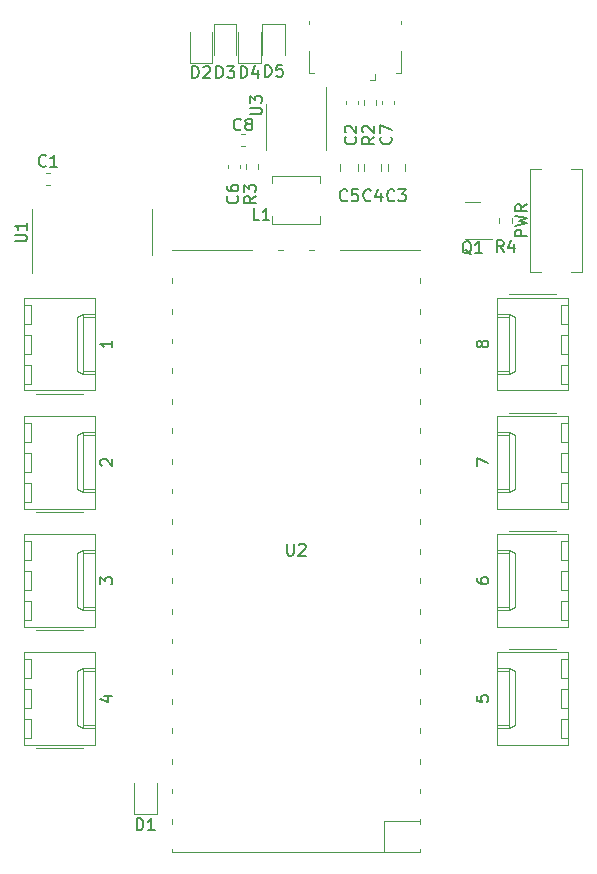
<source format=gto>
%TF.GenerationSoftware,KiCad,Pcbnew,(7.0.0)*%
%TF.CreationDate,2023-03-15T20:35:50+00:00*%
%TF.ProjectId,porta-jelly,706f7274-612d-46a6-956c-6c792e6b6963,rev?*%
%TF.SameCoordinates,Original*%
%TF.FileFunction,Legend,Top*%
%TF.FilePolarity,Positive*%
%FSLAX46Y46*%
G04 Gerber Fmt 4.6, Leading zero omitted, Abs format (unit mm)*
G04 Created by KiCad (PCBNEW (7.0.0)) date 2023-03-15 20:35:50*
%MOMM*%
%LPD*%
G01*
G04 APERTURE LIST*
%ADD10C,0.150000*%
%ADD11C,0.120000*%
G04 APERTURE END LIST*
D10*
%TO.C,D2*%
X101211905Y-69917380D02*
X101211905Y-68917380D01*
X101211905Y-68917380D02*
X101450000Y-68917380D01*
X101450000Y-68917380D02*
X101592857Y-68965000D01*
X101592857Y-68965000D02*
X101688095Y-69060238D01*
X101688095Y-69060238D02*
X101735714Y-69155476D01*
X101735714Y-69155476D02*
X101783333Y-69345952D01*
X101783333Y-69345952D02*
X101783333Y-69488809D01*
X101783333Y-69488809D02*
X101735714Y-69679285D01*
X101735714Y-69679285D02*
X101688095Y-69774523D01*
X101688095Y-69774523D02*
X101592857Y-69869761D01*
X101592857Y-69869761D02*
X101450000Y-69917380D01*
X101450000Y-69917380D02*
X101211905Y-69917380D01*
X102164286Y-69012619D02*
X102211905Y-68965000D01*
X102211905Y-68965000D02*
X102307143Y-68917380D01*
X102307143Y-68917380D02*
X102545238Y-68917380D01*
X102545238Y-68917380D02*
X102640476Y-68965000D01*
X102640476Y-68965000D02*
X102688095Y-69012619D01*
X102688095Y-69012619D02*
X102735714Y-69107857D01*
X102735714Y-69107857D02*
X102735714Y-69203095D01*
X102735714Y-69203095D02*
X102688095Y-69345952D01*
X102688095Y-69345952D02*
X102116667Y-69917380D01*
X102116667Y-69917380D02*
X102735714Y-69917380D01*
%TO.C,D4*%
X105311905Y-69917380D02*
X105311905Y-68917380D01*
X105311905Y-68917380D02*
X105550000Y-68917380D01*
X105550000Y-68917380D02*
X105692857Y-68965000D01*
X105692857Y-68965000D02*
X105788095Y-69060238D01*
X105788095Y-69060238D02*
X105835714Y-69155476D01*
X105835714Y-69155476D02*
X105883333Y-69345952D01*
X105883333Y-69345952D02*
X105883333Y-69488809D01*
X105883333Y-69488809D02*
X105835714Y-69679285D01*
X105835714Y-69679285D02*
X105788095Y-69774523D01*
X105788095Y-69774523D02*
X105692857Y-69869761D01*
X105692857Y-69869761D02*
X105550000Y-69917380D01*
X105550000Y-69917380D02*
X105311905Y-69917380D01*
X106740476Y-69250714D02*
X106740476Y-69917380D01*
X106502381Y-68869761D02*
X106264286Y-69584047D01*
X106264286Y-69584047D02*
X106883333Y-69584047D01*
%TO.C,C2*%
X115022142Y-74916666D02*
X115069761Y-74964285D01*
X115069761Y-74964285D02*
X115117380Y-75107142D01*
X115117380Y-75107142D02*
X115117380Y-75202380D01*
X115117380Y-75202380D02*
X115069761Y-75345237D01*
X115069761Y-75345237D02*
X114974523Y-75440475D01*
X114974523Y-75440475D02*
X114879285Y-75488094D01*
X114879285Y-75488094D02*
X114688809Y-75535713D01*
X114688809Y-75535713D02*
X114545952Y-75535713D01*
X114545952Y-75535713D02*
X114355476Y-75488094D01*
X114355476Y-75488094D02*
X114260238Y-75440475D01*
X114260238Y-75440475D02*
X114165000Y-75345237D01*
X114165000Y-75345237D02*
X114117380Y-75202380D01*
X114117380Y-75202380D02*
X114117380Y-75107142D01*
X114117380Y-75107142D02*
X114165000Y-74964285D01*
X114165000Y-74964285D02*
X114212619Y-74916666D01*
X114212619Y-74535713D02*
X114165000Y-74488094D01*
X114165000Y-74488094D02*
X114117380Y-74392856D01*
X114117380Y-74392856D02*
X114117380Y-74154761D01*
X114117380Y-74154761D02*
X114165000Y-74059523D01*
X114165000Y-74059523D02*
X114212619Y-74011904D01*
X114212619Y-74011904D02*
X114307857Y-73964285D01*
X114307857Y-73964285D02*
X114403095Y-73964285D01*
X114403095Y-73964285D02*
X114545952Y-74011904D01*
X114545952Y-74011904D02*
X115117380Y-74583332D01*
X115117380Y-74583332D02*
X115117380Y-73964285D01*
%TO.C,J3*%
X94447380Y-92174285D02*
X94447380Y-92745713D01*
X94447380Y-92459999D02*
X93447380Y-92459999D01*
X93447380Y-92459999D02*
X93590238Y-92555237D01*
X93590238Y-92555237D02*
X93685476Y-92650475D01*
X93685476Y-92650475D02*
X93733095Y-92745713D01*
%TO.C,R2*%
X116617380Y-74916666D02*
X116141190Y-75249999D01*
X116617380Y-75488094D02*
X115617380Y-75488094D01*
X115617380Y-75488094D02*
X115617380Y-75107142D01*
X115617380Y-75107142D02*
X115665000Y-75011904D01*
X115665000Y-75011904D02*
X115712619Y-74964285D01*
X115712619Y-74964285D02*
X115807857Y-74916666D01*
X115807857Y-74916666D02*
X115950714Y-74916666D01*
X115950714Y-74916666D02*
X116045952Y-74964285D01*
X116045952Y-74964285D02*
X116093571Y-75011904D01*
X116093571Y-75011904D02*
X116141190Y-75107142D01*
X116141190Y-75107142D02*
X116141190Y-75488094D01*
X115712619Y-74535713D02*
X115665000Y-74488094D01*
X115665000Y-74488094D02*
X115617380Y-74392856D01*
X115617380Y-74392856D02*
X115617380Y-74154761D01*
X115617380Y-74154761D02*
X115665000Y-74059523D01*
X115665000Y-74059523D02*
X115712619Y-74011904D01*
X115712619Y-74011904D02*
X115807857Y-73964285D01*
X115807857Y-73964285D02*
X115903095Y-73964285D01*
X115903095Y-73964285D02*
X116045952Y-74011904D01*
X116045952Y-74011904D02*
X116617380Y-74583332D01*
X116617380Y-74583332D02*
X116617380Y-73964285D01*
%TO.C,J4*%
X93542619Y-102745713D02*
X93495000Y-102698094D01*
X93495000Y-102698094D02*
X93447380Y-102602856D01*
X93447380Y-102602856D02*
X93447380Y-102364761D01*
X93447380Y-102364761D02*
X93495000Y-102269523D01*
X93495000Y-102269523D02*
X93542619Y-102221904D01*
X93542619Y-102221904D02*
X93637857Y-102174285D01*
X93637857Y-102174285D02*
X93733095Y-102174285D01*
X93733095Y-102174285D02*
X93875952Y-102221904D01*
X93875952Y-102221904D02*
X94447380Y-102793332D01*
X94447380Y-102793332D02*
X94447380Y-102174285D01*
%TO.C,D1*%
X96511905Y-133617380D02*
X96511905Y-132617380D01*
X96511905Y-132617380D02*
X96750000Y-132617380D01*
X96750000Y-132617380D02*
X96892857Y-132665000D01*
X96892857Y-132665000D02*
X96988095Y-132760238D01*
X96988095Y-132760238D02*
X97035714Y-132855476D01*
X97035714Y-132855476D02*
X97083333Y-133045952D01*
X97083333Y-133045952D02*
X97083333Y-133188809D01*
X97083333Y-133188809D02*
X97035714Y-133379285D01*
X97035714Y-133379285D02*
X96988095Y-133474523D01*
X96988095Y-133474523D02*
X96892857Y-133569761D01*
X96892857Y-133569761D02*
X96750000Y-133617380D01*
X96750000Y-133617380D02*
X96511905Y-133617380D01*
X98035714Y-133617380D02*
X97464286Y-133617380D01*
X97750000Y-133617380D02*
X97750000Y-132617380D01*
X97750000Y-132617380D02*
X97654762Y-132760238D01*
X97654762Y-132760238D02*
X97559524Y-132855476D01*
X97559524Y-132855476D02*
X97464286Y-132903095D01*
%TO.C,J9*%
X125287380Y-102793332D02*
X125287380Y-102126666D01*
X125287380Y-102126666D02*
X126287380Y-102555237D01*
%TO.C,C4*%
X116333333Y-80272142D02*
X116285714Y-80319761D01*
X116285714Y-80319761D02*
X116142857Y-80367380D01*
X116142857Y-80367380D02*
X116047619Y-80367380D01*
X116047619Y-80367380D02*
X115904762Y-80319761D01*
X115904762Y-80319761D02*
X115809524Y-80224523D01*
X115809524Y-80224523D02*
X115761905Y-80129285D01*
X115761905Y-80129285D02*
X115714286Y-79938809D01*
X115714286Y-79938809D02*
X115714286Y-79795952D01*
X115714286Y-79795952D02*
X115761905Y-79605476D01*
X115761905Y-79605476D02*
X115809524Y-79510238D01*
X115809524Y-79510238D02*
X115904762Y-79415000D01*
X115904762Y-79415000D02*
X116047619Y-79367380D01*
X116047619Y-79367380D02*
X116142857Y-79367380D01*
X116142857Y-79367380D02*
X116285714Y-79415000D01*
X116285714Y-79415000D02*
X116333333Y-79462619D01*
X117190476Y-79700714D02*
X117190476Y-80367380D01*
X116952381Y-79319761D02*
X116714286Y-80034047D01*
X116714286Y-80034047D02*
X117333333Y-80034047D01*
%TO.C,R3*%
X106617380Y-79916666D02*
X106141190Y-80249999D01*
X106617380Y-80488094D02*
X105617380Y-80488094D01*
X105617380Y-80488094D02*
X105617380Y-80107142D01*
X105617380Y-80107142D02*
X105665000Y-80011904D01*
X105665000Y-80011904D02*
X105712619Y-79964285D01*
X105712619Y-79964285D02*
X105807857Y-79916666D01*
X105807857Y-79916666D02*
X105950714Y-79916666D01*
X105950714Y-79916666D02*
X106045952Y-79964285D01*
X106045952Y-79964285D02*
X106093571Y-80011904D01*
X106093571Y-80011904D02*
X106141190Y-80107142D01*
X106141190Y-80107142D02*
X106141190Y-80488094D01*
X105617380Y-79583332D02*
X105617380Y-78964285D01*
X105617380Y-78964285D02*
X105998333Y-79297618D01*
X105998333Y-79297618D02*
X105998333Y-79154761D01*
X105998333Y-79154761D02*
X106045952Y-79059523D01*
X106045952Y-79059523D02*
X106093571Y-79011904D01*
X106093571Y-79011904D02*
X106188809Y-78964285D01*
X106188809Y-78964285D02*
X106426904Y-78964285D01*
X106426904Y-78964285D02*
X106522142Y-79011904D01*
X106522142Y-79011904D02*
X106569761Y-79059523D01*
X106569761Y-79059523D02*
X106617380Y-79154761D01*
X106617380Y-79154761D02*
X106617380Y-79440475D01*
X106617380Y-79440475D02*
X106569761Y-79535713D01*
X106569761Y-79535713D02*
X106522142Y-79583332D01*
%TO.C,J5*%
X93447380Y-112793332D02*
X93447380Y-112174285D01*
X93447380Y-112174285D02*
X93828333Y-112507618D01*
X93828333Y-112507618D02*
X93828333Y-112364761D01*
X93828333Y-112364761D02*
X93875952Y-112269523D01*
X93875952Y-112269523D02*
X93923571Y-112221904D01*
X93923571Y-112221904D02*
X94018809Y-112174285D01*
X94018809Y-112174285D02*
X94256904Y-112174285D01*
X94256904Y-112174285D02*
X94352142Y-112221904D01*
X94352142Y-112221904D02*
X94399761Y-112269523D01*
X94399761Y-112269523D02*
X94447380Y-112364761D01*
X94447380Y-112364761D02*
X94447380Y-112650475D01*
X94447380Y-112650475D02*
X94399761Y-112745713D01*
X94399761Y-112745713D02*
X94352142Y-112793332D01*
%TO.C,C7*%
X118022142Y-74916666D02*
X118069761Y-74964285D01*
X118069761Y-74964285D02*
X118117380Y-75107142D01*
X118117380Y-75107142D02*
X118117380Y-75202380D01*
X118117380Y-75202380D02*
X118069761Y-75345237D01*
X118069761Y-75345237D02*
X117974523Y-75440475D01*
X117974523Y-75440475D02*
X117879285Y-75488094D01*
X117879285Y-75488094D02*
X117688809Y-75535713D01*
X117688809Y-75535713D02*
X117545952Y-75535713D01*
X117545952Y-75535713D02*
X117355476Y-75488094D01*
X117355476Y-75488094D02*
X117260238Y-75440475D01*
X117260238Y-75440475D02*
X117165000Y-75345237D01*
X117165000Y-75345237D02*
X117117380Y-75202380D01*
X117117380Y-75202380D02*
X117117380Y-75107142D01*
X117117380Y-75107142D02*
X117165000Y-74964285D01*
X117165000Y-74964285D02*
X117212619Y-74916666D01*
X117117380Y-74583332D02*
X117117380Y-73916666D01*
X117117380Y-73916666D02*
X118117380Y-74345237D01*
%TO.C,L1*%
X106883333Y-81967380D02*
X106407143Y-81967380D01*
X106407143Y-81967380D02*
X106407143Y-80967380D01*
X107740476Y-81967380D02*
X107169048Y-81967380D01*
X107454762Y-81967380D02*
X107454762Y-80967380D01*
X107454762Y-80967380D02*
X107359524Y-81110238D01*
X107359524Y-81110238D02*
X107264286Y-81205476D01*
X107264286Y-81205476D02*
X107169048Y-81253095D01*
%TO.C,D3*%
X103261905Y-69917380D02*
X103261905Y-68917380D01*
X103261905Y-68917380D02*
X103500000Y-68917380D01*
X103500000Y-68917380D02*
X103642857Y-68965000D01*
X103642857Y-68965000D02*
X103738095Y-69060238D01*
X103738095Y-69060238D02*
X103785714Y-69155476D01*
X103785714Y-69155476D02*
X103833333Y-69345952D01*
X103833333Y-69345952D02*
X103833333Y-69488809D01*
X103833333Y-69488809D02*
X103785714Y-69679285D01*
X103785714Y-69679285D02*
X103738095Y-69774523D01*
X103738095Y-69774523D02*
X103642857Y-69869761D01*
X103642857Y-69869761D02*
X103500000Y-69917380D01*
X103500000Y-69917380D02*
X103261905Y-69917380D01*
X104166667Y-68917380D02*
X104785714Y-68917380D01*
X104785714Y-68917380D02*
X104452381Y-69298333D01*
X104452381Y-69298333D02*
X104595238Y-69298333D01*
X104595238Y-69298333D02*
X104690476Y-69345952D01*
X104690476Y-69345952D02*
X104738095Y-69393571D01*
X104738095Y-69393571D02*
X104785714Y-69488809D01*
X104785714Y-69488809D02*
X104785714Y-69726904D01*
X104785714Y-69726904D02*
X104738095Y-69822142D01*
X104738095Y-69822142D02*
X104690476Y-69869761D01*
X104690476Y-69869761D02*
X104595238Y-69917380D01*
X104595238Y-69917380D02*
X104309524Y-69917380D01*
X104309524Y-69917380D02*
X104214286Y-69869761D01*
X104214286Y-69869761D02*
X104166667Y-69822142D01*
%TO.C,J8*%
X125287380Y-112269523D02*
X125287380Y-112459999D01*
X125287380Y-112459999D02*
X125335000Y-112555237D01*
X125335000Y-112555237D02*
X125382619Y-112602856D01*
X125382619Y-112602856D02*
X125525476Y-112698094D01*
X125525476Y-112698094D02*
X125715952Y-112745713D01*
X125715952Y-112745713D02*
X126096904Y-112745713D01*
X126096904Y-112745713D02*
X126192142Y-112698094D01*
X126192142Y-112698094D02*
X126239761Y-112650475D01*
X126239761Y-112650475D02*
X126287380Y-112555237D01*
X126287380Y-112555237D02*
X126287380Y-112364761D01*
X126287380Y-112364761D02*
X126239761Y-112269523D01*
X126239761Y-112269523D02*
X126192142Y-112221904D01*
X126192142Y-112221904D02*
X126096904Y-112174285D01*
X126096904Y-112174285D02*
X125858809Y-112174285D01*
X125858809Y-112174285D02*
X125763571Y-112221904D01*
X125763571Y-112221904D02*
X125715952Y-112269523D01*
X125715952Y-112269523D02*
X125668333Y-112364761D01*
X125668333Y-112364761D02*
X125668333Y-112555237D01*
X125668333Y-112555237D02*
X125715952Y-112650475D01*
X125715952Y-112650475D02*
X125763571Y-112698094D01*
X125763571Y-112698094D02*
X125858809Y-112745713D01*
%TO.C,J7*%
X125287380Y-122221904D02*
X125287380Y-122698094D01*
X125287380Y-122698094D02*
X125763571Y-122745713D01*
X125763571Y-122745713D02*
X125715952Y-122698094D01*
X125715952Y-122698094D02*
X125668333Y-122602856D01*
X125668333Y-122602856D02*
X125668333Y-122364761D01*
X125668333Y-122364761D02*
X125715952Y-122269523D01*
X125715952Y-122269523D02*
X125763571Y-122221904D01*
X125763571Y-122221904D02*
X125858809Y-122174285D01*
X125858809Y-122174285D02*
X126096904Y-122174285D01*
X126096904Y-122174285D02*
X126192142Y-122221904D01*
X126192142Y-122221904D02*
X126239761Y-122269523D01*
X126239761Y-122269523D02*
X126287380Y-122364761D01*
X126287380Y-122364761D02*
X126287380Y-122602856D01*
X126287380Y-122602856D02*
X126239761Y-122698094D01*
X126239761Y-122698094D02*
X126192142Y-122745713D01*
%TO.C,Q1*%
X124842261Y-84862619D02*
X124747023Y-84815000D01*
X124747023Y-84815000D02*
X124651785Y-84719761D01*
X124651785Y-84719761D02*
X124508928Y-84576904D01*
X124508928Y-84576904D02*
X124413690Y-84529285D01*
X124413690Y-84529285D02*
X124318452Y-84529285D01*
X124366071Y-84767380D02*
X124270833Y-84719761D01*
X124270833Y-84719761D02*
X124175595Y-84624523D01*
X124175595Y-84624523D02*
X124127976Y-84434047D01*
X124127976Y-84434047D02*
X124127976Y-84100714D01*
X124127976Y-84100714D02*
X124175595Y-83910238D01*
X124175595Y-83910238D02*
X124270833Y-83815000D01*
X124270833Y-83815000D02*
X124366071Y-83767380D01*
X124366071Y-83767380D02*
X124556547Y-83767380D01*
X124556547Y-83767380D02*
X124651785Y-83815000D01*
X124651785Y-83815000D02*
X124747023Y-83910238D01*
X124747023Y-83910238D02*
X124794642Y-84100714D01*
X124794642Y-84100714D02*
X124794642Y-84434047D01*
X124794642Y-84434047D02*
X124747023Y-84624523D01*
X124747023Y-84624523D02*
X124651785Y-84719761D01*
X124651785Y-84719761D02*
X124556547Y-84767380D01*
X124556547Y-84767380D02*
X124366071Y-84767380D01*
X125747023Y-84767380D02*
X125175595Y-84767380D01*
X125461309Y-84767380D02*
X125461309Y-83767380D01*
X125461309Y-83767380D02*
X125366071Y-83910238D01*
X125366071Y-83910238D02*
X125270833Y-84005476D01*
X125270833Y-84005476D02*
X125175595Y-84053095D01*
%TO.C,U1*%
X86217380Y-83761904D02*
X87026904Y-83761904D01*
X87026904Y-83761904D02*
X87122142Y-83714285D01*
X87122142Y-83714285D02*
X87169761Y-83666666D01*
X87169761Y-83666666D02*
X87217380Y-83571428D01*
X87217380Y-83571428D02*
X87217380Y-83380952D01*
X87217380Y-83380952D02*
X87169761Y-83285714D01*
X87169761Y-83285714D02*
X87122142Y-83238095D01*
X87122142Y-83238095D02*
X87026904Y-83190476D01*
X87026904Y-83190476D02*
X86217380Y-83190476D01*
X87217380Y-82190476D02*
X87217380Y-82761904D01*
X87217380Y-82476190D02*
X86217380Y-82476190D01*
X86217380Y-82476190D02*
X86360238Y-82571428D01*
X86360238Y-82571428D02*
X86455476Y-82666666D01*
X86455476Y-82666666D02*
X86503095Y-82761904D01*
%TO.C,SW1*%
X129567380Y-83333332D02*
X128567380Y-83333332D01*
X128567380Y-83333332D02*
X128567380Y-82952380D01*
X128567380Y-82952380D02*
X128615000Y-82857142D01*
X128615000Y-82857142D02*
X128662619Y-82809523D01*
X128662619Y-82809523D02*
X128757857Y-82761904D01*
X128757857Y-82761904D02*
X128900714Y-82761904D01*
X128900714Y-82761904D02*
X128995952Y-82809523D01*
X128995952Y-82809523D02*
X129043571Y-82857142D01*
X129043571Y-82857142D02*
X129091190Y-82952380D01*
X129091190Y-82952380D02*
X129091190Y-83333332D01*
X128567380Y-82428570D02*
X129567380Y-82190475D01*
X129567380Y-82190475D02*
X128853095Y-81999999D01*
X128853095Y-81999999D02*
X129567380Y-81809523D01*
X129567380Y-81809523D02*
X128567380Y-81571428D01*
X129567380Y-80619047D02*
X129091190Y-80952380D01*
X129567380Y-81190475D02*
X128567380Y-81190475D01*
X128567380Y-81190475D02*
X128567380Y-80809523D01*
X128567380Y-80809523D02*
X128615000Y-80714285D01*
X128615000Y-80714285D02*
X128662619Y-80666666D01*
X128662619Y-80666666D02*
X128757857Y-80619047D01*
X128757857Y-80619047D02*
X128900714Y-80619047D01*
X128900714Y-80619047D02*
X128995952Y-80666666D01*
X128995952Y-80666666D02*
X129043571Y-80714285D01*
X129043571Y-80714285D02*
X129091190Y-80809523D01*
X129091190Y-80809523D02*
X129091190Y-81190475D01*
%TO.C,J6*%
X93780714Y-122269523D02*
X94447380Y-122269523D01*
X93399761Y-122507618D02*
X94114047Y-122745713D01*
X94114047Y-122745713D02*
X94114047Y-122126666D01*
%TO.C,C8*%
X105333333Y-74272142D02*
X105285714Y-74319761D01*
X105285714Y-74319761D02*
X105142857Y-74367380D01*
X105142857Y-74367380D02*
X105047619Y-74367380D01*
X105047619Y-74367380D02*
X104904762Y-74319761D01*
X104904762Y-74319761D02*
X104809524Y-74224523D01*
X104809524Y-74224523D02*
X104761905Y-74129285D01*
X104761905Y-74129285D02*
X104714286Y-73938809D01*
X104714286Y-73938809D02*
X104714286Y-73795952D01*
X104714286Y-73795952D02*
X104761905Y-73605476D01*
X104761905Y-73605476D02*
X104809524Y-73510238D01*
X104809524Y-73510238D02*
X104904762Y-73415000D01*
X104904762Y-73415000D02*
X105047619Y-73367380D01*
X105047619Y-73367380D02*
X105142857Y-73367380D01*
X105142857Y-73367380D02*
X105285714Y-73415000D01*
X105285714Y-73415000D02*
X105333333Y-73462619D01*
X105904762Y-73795952D02*
X105809524Y-73748333D01*
X105809524Y-73748333D02*
X105761905Y-73700714D01*
X105761905Y-73700714D02*
X105714286Y-73605476D01*
X105714286Y-73605476D02*
X105714286Y-73557857D01*
X105714286Y-73557857D02*
X105761905Y-73462619D01*
X105761905Y-73462619D02*
X105809524Y-73415000D01*
X105809524Y-73415000D02*
X105904762Y-73367380D01*
X105904762Y-73367380D02*
X106095238Y-73367380D01*
X106095238Y-73367380D02*
X106190476Y-73415000D01*
X106190476Y-73415000D02*
X106238095Y-73462619D01*
X106238095Y-73462619D02*
X106285714Y-73557857D01*
X106285714Y-73557857D02*
X106285714Y-73605476D01*
X106285714Y-73605476D02*
X106238095Y-73700714D01*
X106238095Y-73700714D02*
X106190476Y-73748333D01*
X106190476Y-73748333D02*
X106095238Y-73795952D01*
X106095238Y-73795952D02*
X105904762Y-73795952D01*
X105904762Y-73795952D02*
X105809524Y-73843571D01*
X105809524Y-73843571D02*
X105761905Y-73891190D01*
X105761905Y-73891190D02*
X105714286Y-73986428D01*
X105714286Y-73986428D02*
X105714286Y-74176904D01*
X105714286Y-74176904D02*
X105761905Y-74272142D01*
X105761905Y-74272142D02*
X105809524Y-74319761D01*
X105809524Y-74319761D02*
X105904762Y-74367380D01*
X105904762Y-74367380D02*
X106095238Y-74367380D01*
X106095238Y-74367380D02*
X106190476Y-74319761D01*
X106190476Y-74319761D02*
X106238095Y-74272142D01*
X106238095Y-74272142D02*
X106285714Y-74176904D01*
X106285714Y-74176904D02*
X106285714Y-73986428D01*
X106285714Y-73986428D02*
X106238095Y-73891190D01*
X106238095Y-73891190D02*
X106190476Y-73843571D01*
X106190476Y-73843571D02*
X106095238Y-73795952D01*
%TO.C,C3*%
X118333333Y-80272142D02*
X118285714Y-80319761D01*
X118285714Y-80319761D02*
X118142857Y-80367380D01*
X118142857Y-80367380D02*
X118047619Y-80367380D01*
X118047619Y-80367380D02*
X117904762Y-80319761D01*
X117904762Y-80319761D02*
X117809524Y-80224523D01*
X117809524Y-80224523D02*
X117761905Y-80129285D01*
X117761905Y-80129285D02*
X117714286Y-79938809D01*
X117714286Y-79938809D02*
X117714286Y-79795952D01*
X117714286Y-79795952D02*
X117761905Y-79605476D01*
X117761905Y-79605476D02*
X117809524Y-79510238D01*
X117809524Y-79510238D02*
X117904762Y-79415000D01*
X117904762Y-79415000D02*
X118047619Y-79367380D01*
X118047619Y-79367380D02*
X118142857Y-79367380D01*
X118142857Y-79367380D02*
X118285714Y-79415000D01*
X118285714Y-79415000D02*
X118333333Y-79462619D01*
X118666667Y-79367380D02*
X119285714Y-79367380D01*
X119285714Y-79367380D02*
X118952381Y-79748333D01*
X118952381Y-79748333D02*
X119095238Y-79748333D01*
X119095238Y-79748333D02*
X119190476Y-79795952D01*
X119190476Y-79795952D02*
X119238095Y-79843571D01*
X119238095Y-79843571D02*
X119285714Y-79938809D01*
X119285714Y-79938809D02*
X119285714Y-80176904D01*
X119285714Y-80176904D02*
X119238095Y-80272142D01*
X119238095Y-80272142D02*
X119190476Y-80319761D01*
X119190476Y-80319761D02*
X119095238Y-80367380D01*
X119095238Y-80367380D02*
X118809524Y-80367380D01*
X118809524Y-80367380D02*
X118714286Y-80319761D01*
X118714286Y-80319761D02*
X118666667Y-80272142D01*
%TO.C,C6*%
X105022142Y-79916666D02*
X105069761Y-79964285D01*
X105069761Y-79964285D02*
X105117380Y-80107142D01*
X105117380Y-80107142D02*
X105117380Y-80202380D01*
X105117380Y-80202380D02*
X105069761Y-80345237D01*
X105069761Y-80345237D02*
X104974523Y-80440475D01*
X104974523Y-80440475D02*
X104879285Y-80488094D01*
X104879285Y-80488094D02*
X104688809Y-80535713D01*
X104688809Y-80535713D02*
X104545952Y-80535713D01*
X104545952Y-80535713D02*
X104355476Y-80488094D01*
X104355476Y-80488094D02*
X104260238Y-80440475D01*
X104260238Y-80440475D02*
X104165000Y-80345237D01*
X104165000Y-80345237D02*
X104117380Y-80202380D01*
X104117380Y-80202380D02*
X104117380Y-80107142D01*
X104117380Y-80107142D02*
X104165000Y-79964285D01*
X104165000Y-79964285D02*
X104212619Y-79916666D01*
X104117380Y-79059523D02*
X104117380Y-79249999D01*
X104117380Y-79249999D02*
X104165000Y-79345237D01*
X104165000Y-79345237D02*
X104212619Y-79392856D01*
X104212619Y-79392856D02*
X104355476Y-79488094D01*
X104355476Y-79488094D02*
X104545952Y-79535713D01*
X104545952Y-79535713D02*
X104926904Y-79535713D01*
X104926904Y-79535713D02*
X105022142Y-79488094D01*
X105022142Y-79488094D02*
X105069761Y-79440475D01*
X105069761Y-79440475D02*
X105117380Y-79345237D01*
X105117380Y-79345237D02*
X105117380Y-79154761D01*
X105117380Y-79154761D02*
X105069761Y-79059523D01*
X105069761Y-79059523D02*
X105022142Y-79011904D01*
X105022142Y-79011904D02*
X104926904Y-78964285D01*
X104926904Y-78964285D02*
X104688809Y-78964285D01*
X104688809Y-78964285D02*
X104593571Y-79011904D01*
X104593571Y-79011904D02*
X104545952Y-79059523D01*
X104545952Y-79059523D02*
X104498333Y-79154761D01*
X104498333Y-79154761D02*
X104498333Y-79345237D01*
X104498333Y-79345237D02*
X104545952Y-79440475D01*
X104545952Y-79440475D02*
X104593571Y-79488094D01*
X104593571Y-79488094D02*
X104688809Y-79535713D01*
%TO.C,C5*%
X114333333Y-80272142D02*
X114285714Y-80319761D01*
X114285714Y-80319761D02*
X114142857Y-80367380D01*
X114142857Y-80367380D02*
X114047619Y-80367380D01*
X114047619Y-80367380D02*
X113904762Y-80319761D01*
X113904762Y-80319761D02*
X113809524Y-80224523D01*
X113809524Y-80224523D02*
X113761905Y-80129285D01*
X113761905Y-80129285D02*
X113714286Y-79938809D01*
X113714286Y-79938809D02*
X113714286Y-79795952D01*
X113714286Y-79795952D02*
X113761905Y-79605476D01*
X113761905Y-79605476D02*
X113809524Y-79510238D01*
X113809524Y-79510238D02*
X113904762Y-79415000D01*
X113904762Y-79415000D02*
X114047619Y-79367380D01*
X114047619Y-79367380D02*
X114142857Y-79367380D01*
X114142857Y-79367380D02*
X114285714Y-79415000D01*
X114285714Y-79415000D02*
X114333333Y-79462619D01*
X115238095Y-79367380D02*
X114761905Y-79367380D01*
X114761905Y-79367380D02*
X114714286Y-79843571D01*
X114714286Y-79843571D02*
X114761905Y-79795952D01*
X114761905Y-79795952D02*
X114857143Y-79748333D01*
X114857143Y-79748333D02*
X115095238Y-79748333D01*
X115095238Y-79748333D02*
X115190476Y-79795952D01*
X115190476Y-79795952D02*
X115238095Y-79843571D01*
X115238095Y-79843571D02*
X115285714Y-79938809D01*
X115285714Y-79938809D02*
X115285714Y-80176904D01*
X115285714Y-80176904D02*
X115238095Y-80272142D01*
X115238095Y-80272142D02*
X115190476Y-80319761D01*
X115190476Y-80319761D02*
X115095238Y-80367380D01*
X115095238Y-80367380D02*
X114857143Y-80367380D01*
X114857143Y-80367380D02*
X114761905Y-80319761D01*
X114761905Y-80319761D02*
X114714286Y-80272142D01*
%TO.C,R4*%
X127583333Y-84667380D02*
X127250000Y-84191190D01*
X127011905Y-84667380D02*
X127011905Y-83667380D01*
X127011905Y-83667380D02*
X127392857Y-83667380D01*
X127392857Y-83667380D02*
X127488095Y-83715000D01*
X127488095Y-83715000D02*
X127535714Y-83762619D01*
X127535714Y-83762619D02*
X127583333Y-83857857D01*
X127583333Y-83857857D02*
X127583333Y-84000714D01*
X127583333Y-84000714D02*
X127535714Y-84095952D01*
X127535714Y-84095952D02*
X127488095Y-84143571D01*
X127488095Y-84143571D02*
X127392857Y-84191190D01*
X127392857Y-84191190D02*
X127011905Y-84191190D01*
X128440476Y-84000714D02*
X128440476Y-84667380D01*
X128202381Y-83619761D02*
X127964286Y-84334047D01*
X127964286Y-84334047D02*
X128583333Y-84334047D01*
%TO.C,J10*%
X125715952Y-92555237D02*
X125668333Y-92650475D01*
X125668333Y-92650475D02*
X125620714Y-92698094D01*
X125620714Y-92698094D02*
X125525476Y-92745713D01*
X125525476Y-92745713D02*
X125477857Y-92745713D01*
X125477857Y-92745713D02*
X125382619Y-92698094D01*
X125382619Y-92698094D02*
X125335000Y-92650475D01*
X125335000Y-92650475D02*
X125287380Y-92555237D01*
X125287380Y-92555237D02*
X125287380Y-92364761D01*
X125287380Y-92364761D02*
X125335000Y-92269523D01*
X125335000Y-92269523D02*
X125382619Y-92221904D01*
X125382619Y-92221904D02*
X125477857Y-92174285D01*
X125477857Y-92174285D02*
X125525476Y-92174285D01*
X125525476Y-92174285D02*
X125620714Y-92221904D01*
X125620714Y-92221904D02*
X125668333Y-92269523D01*
X125668333Y-92269523D02*
X125715952Y-92364761D01*
X125715952Y-92364761D02*
X125715952Y-92555237D01*
X125715952Y-92555237D02*
X125763571Y-92650475D01*
X125763571Y-92650475D02*
X125811190Y-92698094D01*
X125811190Y-92698094D02*
X125906428Y-92745713D01*
X125906428Y-92745713D02*
X126096904Y-92745713D01*
X126096904Y-92745713D02*
X126192142Y-92698094D01*
X126192142Y-92698094D02*
X126239761Y-92650475D01*
X126239761Y-92650475D02*
X126287380Y-92555237D01*
X126287380Y-92555237D02*
X126287380Y-92364761D01*
X126287380Y-92364761D02*
X126239761Y-92269523D01*
X126239761Y-92269523D02*
X126192142Y-92221904D01*
X126192142Y-92221904D02*
X126096904Y-92174285D01*
X126096904Y-92174285D02*
X125906428Y-92174285D01*
X125906428Y-92174285D02*
X125811190Y-92221904D01*
X125811190Y-92221904D02*
X125763571Y-92269523D01*
X125763571Y-92269523D02*
X125715952Y-92364761D01*
%TO.C,U2*%
X109238095Y-109367380D02*
X109238095Y-110176904D01*
X109238095Y-110176904D02*
X109285714Y-110272142D01*
X109285714Y-110272142D02*
X109333333Y-110319761D01*
X109333333Y-110319761D02*
X109428571Y-110367380D01*
X109428571Y-110367380D02*
X109619047Y-110367380D01*
X109619047Y-110367380D02*
X109714285Y-110319761D01*
X109714285Y-110319761D02*
X109761904Y-110272142D01*
X109761904Y-110272142D02*
X109809523Y-110176904D01*
X109809523Y-110176904D02*
X109809523Y-109367380D01*
X110238095Y-109462619D02*
X110285714Y-109415000D01*
X110285714Y-109415000D02*
X110380952Y-109367380D01*
X110380952Y-109367380D02*
X110619047Y-109367380D01*
X110619047Y-109367380D02*
X110714285Y-109415000D01*
X110714285Y-109415000D02*
X110761904Y-109462619D01*
X110761904Y-109462619D02*
X110809523Y-109557857D01*
X110809523Y-109557857D02*
X110809523Y-109653095D01*
X110809523Y-109653095D02*
X110761904Y-109795952D01*
X110761904Y-109795952D02*
X110190476Y-110367380D01*
X110190476Y-110367380D02*
X110809523Y-110367380D01*
%TO.C,U3*%
X106117380Y-73011904D02*
X106926904Y-73011904D01*
X106926904Y-73011904D02*
X107022142Y-72964285D01*
X107022142Y-72964285D02*
X107069761Y-72916666D01*
X107069761Y-72916666D02*
X107117380Y-72821428D01*
X107117380Y-72821428D02*
X107117380Y-72630952D01*
X107117380Y-72630952D02*
X107069761Y-72535714D01*
X107069761Y-72535714D02*
X107022142Y-72488095D01*
X107022142Y-72488095D02*
X106926904Y-72440476D01*
X106926904Y-72440476D02*
X106117380Y-72440476D01*
X106117380Y-72059523D02*
X106117380Y-71440476D01*
X106117380Y-71440476D02*
X106498333Y-71773809D01*
X106498333Y-71773809D02*
X106498333Y-71630952D01*
X106498333Y-71630952D02*
X106545952Y-71535714D01*
X106545952Y-71535714D02*
X106593571Y-71488095D01*
X106593571Y-71488095D02*
X106688809Y-71440476D01*
X106688809Y-71440476D02*
X106926904Y-71440476D01*
X106926904Y-71440476D02*
X107022142Y-71488095D01*
X107022142Y-71488095D02*
X107069761Y-71535714D01*
X107069761Y-71535714D02*
X107117380Y-71630952D01*
X107117380Y-71630952D02*
X107117380Y-71916666D01*
X107117380Y-71916666D02*
X107069761Y-72011904D01*
X107069761Y-72011904D02*
X107022142Y-72059523D01*
%TO.C,D5*%
X107361905Y-69817380D02*
X107361905Y-68817380D01*
X107361905Y-68817380D02*
X107600000Y-68817380D01*
X107600000Y-68817380D02*
X107742857Y-68865000D01*
X107742857Y-68865000D02*
X107838095Y-68960238D01*
X107838095Y-68960238D02*
X107885714Y-69055476D01*
X107885714Y-69055476D02*
X107933333Y-69245952D01*
X107933333Y-69245952D02*
X107933333Y-69388809D01*
X107933333Y-69388809D02*
X107885714Y-69579285D01*
X107885714Y-69579285D02*
X107838095Y-69674523D01*
X107838095Y-69674523D02*
X107742857Y-69769761D01*
X107742857Y-69769761D02*
X107600000Y-69817380D01*
X107600000Y-69817380D02*
X107361905Y-69817380D01*
X108838095Y-68817380D02*
X108361905Y-68817380D01*
X108361905Y-68817380D02*
X108314286Y-69293571D01*
X108314286Y-69293571D02*
X108361905Y-69245952D01*
X108361905Y-69245952D02*
X108457143Y-69198333D01*
X108457143Y-69198333D02*
X108695238Y-69198333D01*
X108695238Y-69198333D02*
X108790476Y-69245952D01*
X108790476Y-69245952D02*
X108838095Y-69293571D01*
X108838095Y-69293571D02*
X108885714Y-69388809D01*
X108885714Y-69388809D02*
X108885714Y-69626904D01*
X108885714Y-69626904D02*
X108838095Y-69722142D01*
X108838095Y-69722142D02*
X108790476Y-69769761D01*
X108790476Y-69769761D02*
X108695238Y-69817380D01*
X108695238Y-69817380D02*
X108457143Y-69817380D01*
X108457143Y-69817380D02*
X108361905Y-69769761D01*
X108361905Y-69769761D02*
X108314286Y-69722142D01*
%TO.C,C1*%
X88833333Y-77342142D02*
X88785714Y-77389761D01*
X88785714Y-77389761D02*
X88642857Y-77437380D01*
X88642857Y-77437380D02*
X88547619Y-77437380D01*
X88547619Y-77437380D02*
X88404762Y-77389761D01*
X88404762Y-77389761D02*
X88309524Y-77294523D01*
X88309524Y-77294523D02*
X88261905Y-77199285D01*
X88261905Y-77199285D02*
X88214286Y-77008809D01*
X88214286Y-77008809D02*
X88214286Y-76865952D01*
X88214286Y-76865952D02*
X88261905Y-76675476D01*
X88261905Y-76675476D02*
X88309524Y-76580238D01*
X88309524Y-76580238D02*
X88404762Y-76485000D01*
X88404762Y-76485000D02*
X88547619Y-76437380D01*
X88547619Y-76437380D02*
X88642857Y-76437380D01*
X88642857Y-76437380D02*
X88785714Y-76485000D01*
X88785714Y-76485000D02*
X88833333Y-76532619D01*
X89785714Y-77437380D02*
X89214286Y-77437380D01*
X89500000Y-77437380D02*
X89500000Y-76437380D01*
X89500000Y-76437380D02*
X89404762Y-76580238D01*
X89404762Y-76580238D02*
X89309524Y-76675476D01*
X89309524Y-76675476D02*
X89214286Y-76723095D01*
D11*
%TO.C,D2*%
X100990000Y-68685000D02*
X102910000Y-68685000D01*
X102910000Y-68685000D02*
X102910000Y-66000000D01*
X100990000Y-66000000D02*
X100990000Y-68685000D01*
%TO.C,D4*%
X105090000Y-68685000D02*
X107010000Y-68685000D01*
X107010000Y-68685000D02*
X107010000Y-66000000D01*
X105090000Y-66000000D02*
X105090000Y-68685000D01*
%TO.C,C2*%
X115260000Y-71859420D02*
X115260000Y-72140580D01*
X114240000Y-71859420D02*
X114240000Y-72140580D01*
%TO.C,J3*%
X88000000Y-96670000D02*
X92000000Y-96670000D01*
X86970000Y-96380000D02*
X92990000Y-96380000D01*
X92990000Y-96380000D02*
X92990000Y-88540000D01*
X86970000Y-95800000D02*
X87570000Y-95800000D01*
X87570000Y-95800000D02*
X87570000Y-94200000D01*
X91990000Y-95000000D02*
X91460000Y-94750000D01*
X91990000Y-95000000D02*
X91990000Y-89920000D01*
X92990000Y-95000000D02*
X91990000Y-95000000D01*
X91460000Y-94750000D02*
X91460000Y-90170000D01*
X92990000Y-94750000D02*
X91990000Y-94750000D01*
X87570000Y-94200000D02*
X86970000Y-94200000D01*
X86970000Y-93260000D02*
X87570000Y-93260000D01*
X87570000Y-93260000D02*
X87570000Y-91660000D01*
X87570000Y-91660000D02*
X86970000Y-91660000D01*
X86970000Y-90720000D02*
X87570000Y-90720000D01*
X87570000Y-90720000D02*
X87570000Y-89120000D01*
X91460000Y-90170000D02*
X91990000Y-89920000D01*
X92990000Y-90170000D02*
X91990000Y-90170000D01*
X91990000Y-89920000D02*
X92990000Y-89920000D01*
X87570000Y-89120000D02*
X86970000Y-89120000D01*
X86970000Y-88540000D02*
X86970000Y-96380000D01*
X92990000Y-88540000D02*
X86970000Y-88540000D01*
%TO.C,R2*%
X116772500Y-71762742D02*
X116772500Y-72237258D01*
X115727500Y-71762742D02*
X115727500Y-72237258D01*
%TO.C,J4*%
X88000000Y-106670000D02*
X92000000Y-106670000D01*
X86970000Y-106380000D02*
X92990000Y-106380000D01*
X92990000Y-106380000D02*
X92990000Y-98540000D01*
X86970000Y-105800000D02*
X87570000Y-105800000D01*
X87570000Y-105800000D02*
X87570000Y-104200000D01*
X91990000Y-105000000D02*
X91460000Y-104750000D01*
X91990000Y-105000000D02*
X91990000Y-99920000D01*
X92990000Y-105000000D02*
X91990000Y-105000000D01*
X91460000Y-104750000D02*
X91460000Y-100170000D01*
X92990000Y-104750000D02*
X91990000Y-104750000D01*
X87570000Y-104200000D02*
X86970000Y-104200000D01*
X86970000Y-103260000D02*
X87570000Y-103260000D01*
X87570000Y-103260000D02*
X87570000Y-101660000D01*
X87570000Y-101660000D02*
X86970000Y-101660000D01*
X86970000Y-100720000D02*
X87570000Y-100720000D01*
X87570000Y-100720000D02*
X87570000Y-99120000D01*
X91460000Y-100170000D02*
X91990000Y-99920000D01*
X92990000Y-100170000D02*
X91990000Y-100170000D01*
X91990000Y-99920000D02*
X92990000Y-99920000D01*
X87570000Y-99120000D02*
X86970000Y-99120000D01*
X86970000Y-98540000D02*
X86970000Y-106380000D01*
X92990000Y-98540000D02*
X86970000Y-98540000D01*
%TO.C,D1*%
X96290000Y-132285000D02*
X98210000Y-132285000D01*
X98210000Y-132285000D02*
X98210000Y-129600000D01*
X96290000Y-129600000D02*
X96290000Y-132285000D01*
%TO.C,J9*%
X132000000Y-98250000D02*
X128000000Y-98250000D01*
X133030000Y-98540000D02*
X127010000Y-98540000D01*
X127010000Y-98540000D02*
X127010000Y-106380000D01*
X133030000Y-99120000D02*
X132430000Y-99120000D01*
X132430000Y-99120000D02*
X132430000Y-100720000D01*
X128010000Y-99920000D02*
X128540000Y-100170000D01*
X128010000Y-99920000D02*
X128010000Y-105000000D01*
X127010000Y-99920000D02*
X128010000Y-99920000D01*
X128540000Y-100170000D02*
X128540000Y-104750000D01*
X127010000Y-100170000D02*
X128010000Y-100170000D01*
X132430000Y-100720000D02*
X133030000Y-100720000D01*
X133030000Y-101660000D02*
X132430000Y-101660000D01*
X132430000Y-101660000D02*
X132430000Y-103260000D01*
X132430000Y-103260000D02*
X133030000Y-103260000D01*
X133030000Y-104200000D02*
X132430000Y-104200000D01*
X132430000Y-104200000D02*
X132430000Y-105800000D01*
X128540000Y-104750000D02*
X128010000Y-105000000D01*
X127010000Y-104750000D02*
X128010000Y-104750000D01*
X128010000Y-105000000D02*
X127010000Y-105000000D01*
X132430000Y-105800000D02*
X133030000Y-105800000D01*
X133030000Y-106380000D02*
X133030000Y-98540000D01*
X127010000Y-106380000D02*
X133030000Y-106380000D01*
%TO.C,C4*%
X117235000Y-77238748D02*
X117235000Y-77761252D01*
X115765000Y-77238748D02*
X115765000Y-77761252D01*
%TO.C,R3*%
X105727500Y-77662258D02*
X105727500Y-77187742D01*
X106772500Y-77662258D02*
X106772500Y-77187742D01*
%TO.C,J5*%
X88000000Y-116670000D02*
X92000000Y-116670000D01*
X86970000Y-116380000D02*
X92990000Y-116380000D01*
X92990000Y-116380000D02*
X92990000Y-108540000D01*
X86970000Y-115800000D02*
X87570000Y-115800000D01*
X87570000Y-115800000D02*
X87570000Y-114200000D01*
X91990000Y-115000000D02*
X91460000Y-114750000D01*
X91990000Y-115000000D02*
X91990000Y-109920000D01*
X92990000Y-115000000D02*
X91990000Y-115000000D01*
X91460000Y-114750000D02*
X91460000Y-110170000D01*
X92990000Y-114750000D02*
X91990000Y-114750000D01*
X87570000Y-114200000D02*
X86970000Y-114200000D01*
X86970000Y-113260000D02*
X87570000Y-113260000D01*
X87570000Y-113260000D02*
X87570000Y-111660000D01*
X87570000Y-111660000D02*
X86970000Y-111660000D01*
X86970000Y-110720000D02*
X87570000Y-110720000D01*
X87570000Y-110720000D02*
X87570000Y-109120000D01*
X91460000Y-110170000D02*
X91990000Y-109920000D01*
X92990000Y-110170000D02*
X91990000Y-110170000D01*
X91990000Y-109920000D02*
X92990000Y-109920000D01*
X87570000Y-109120000D02*
X86970000Y-109120000D01*
X86970000Y-108540000D02*
X86970000Y-116380000D01*
X92990000Y-108540000D02*
X86970000Y-108540000D01*
%TO.C,C7*%
X117240000Y-72140580D02*
X117240000Y-71859420D01*
X118260000Y-72140580D02*
X118260000Y-71859420D01*
%TO.C,L1*%
X112000000Y-82250000D02*
X108000000Y-82250000D01*
X112000000Y-81650000D02*
X112000000Y-82250000D01*
X112000000Y-78250000D02*
X112000000Y-78850000D01*
X108000000Y-82250000D02*
X108000000Y-81650000D01*
X108000000Y-78850000D02*
X108000000Y-78250000D01*
X108000000Y-78250000D02*
X112000000Y-78250000D01*
%TO.C,D3*%
X104960000Y-65315000D02*
X103040000Y-65315000D01*
X103040000Y-65315000D02*
X103040000Y-68000000D01*
X104960000Y-68000000D02*
X104960000Y-65315000D01*
%TO.C,J8*%
X132000000Y-108250000D02*
X128000000Y-108250000D01*
X133030000Y-108540000D02*
X127010000Y-108540000D01*
X127010000Y-108540000D02*
X127010000Y-116380000D01*
X133030000Y-109120000D02*
X132430000Y-109120000D01*
X132430000Y-109120000D02*
X132430000Y-110720000D01*
X128010000Y-109920000D02*
X128540000Y-110170000D01*
X128010000Y-109920000D02*
X128010000Y-115000000D01*
X127010000Y-109920000D02*
X128010000Y-109920000D01*
X128540000Y-110170000D02*
X128540000Y-114750000D01*
X127010000Y-110170000D02*
X128010000Y-110170000D01*
X132430000Y-110720000D02*
X133030000Y-110720000D01*
X133030000Y-111660000D02*
X132430000Y-111660000D01*
X132430000Y-111660000D02*
X132430000Y-113260000D01*
X132430000Y-113260000D02*
X133030000Y-113260000D01*
X133030000Y-114200000D02*
X132430000Y-114200000D01*
X132430000Y-114200000D02*
X132430000Y-115800000D01*
X128540000Y-114750000D02*
X128010000Y-115000000D01*
X127010000Y-114750000D02*
X128010000Y-114750000D01*
X128010000Y-115000000D02*
X127010000Y-115000000D01*
X132430000Y-115800000D02*
X133030000Y-115800000D01*
X133030000Y-116380000D02*
X133030000Y-108540000D01*
X127010000Y-116380000D02*
X133030000Y-116380000D01*
%TO.C,J7*%
X132000000Y-118250000D02*
X128000000Y-118250000D01*
X133030000Y-118540000D02*
X127010000Y-118540000D01*
X127010000Y-118540000D02*
X127010000Y-126380000D01*
X133030000Y-119120000D02*
X132430000Y-119120000D01*
X132430000Y-119120000D02*
X132430000Y-120720000D01*
X128010000Y-119920000D02*
X128540000Y-120170000D01*
X128010000Y-119920000D02*
X128010000Y-125000000D01*
X127010000Y-119920000D02*
X128010000Y-119920000D01*
X128540000Y-120170000D02*
X128540000Y-124750000D01*
X127010000Y-120170000D02*
X128010000Y-120170000D01*
X132430000Y-120720000D02*
X133030000Y-120720000D01*
X133030000Y-121660000D02*
X132430000Y-121660000D01*
X132430000Y-121660000D02*
X132430000Y-123260000D01*
X132430000Y-123260000D02*
X133030000Y-123260000D01*
X133030000Y-124200000D02*
X132430000Y-124200000D01*
X132430000Y-124200000D02*
X132430000Y-125800000D01*
X128540000Y-124750000D02*
X128010000Y-125000000D01*
X127010000Y-124750000D02*
X128010000Y-124750000D01*
X128010000Y-125000000D02*
X127010000Y-125000000D01*
X132430000Y-125800000D02*
X133030000Y-125800000D01*
X133030000Y-126380000D02*
X133030000Y-118540000D01*
X127010000Y-126380000D02*
X133030000Y-126380000D01*
%TO.C,J1*%
X118900000Y-69512500D02*
X118450000Y-69512500D01*
X118900000Y-67662500D02*
X118900000Y-69512500D01*
X118900000Y-65112500D02*
X118900000Y-65362500D01*
X116700000Y-70062500D02*
X116700000Y-69612500D01*
X116700000Y-70062500D02*
X116250000Y-70062500D01*
X111100000Y-69512500D02*
X111550000Y-69512500D01*
X111100000Y-67662500D02*
X111100000Y-69512500D01*
X111100000Y-65112500D02*
X111100000Y-65362500D01*
%TO.C,Q1*%
X124937500Y-83560000D02*
X126612500Y-83560000D01*
X124937500Y-83560000D02*
X124287500Y-83560000D01*
X124937500Y-80440000D02*
X125587500Y-80440000D01*
X124937500Y-80440000D02*
X124287500Y-80440000D01*
%TO.C,U1*%
X87690000Y-83000000D02*
X87690000Y-86450000D01*
X87690000Y-83000000D02*
X87690000Y-81050000D01*
X97810000Y-83000000D02*
X97810000Y-84950000D01*
X97810000Y-83000000D02*
X97810000Y-81050000D01*
%TO.C,SW1*%
X129800000Y-86350000D02*
X129800000Y-77650000D01*
X130750000Y-86350000D02*
X129800000Y-86350000D01*
X134200000Y-86350000D02*
X133250000Y-86350000D01*
X129800000Y-77650000D02*
X130750000Y-77650000D01*
X133250000Y-77650000D02*
X134200000Y-77650000D01*
X134200000Y-77650000D02*
X134200000Y-86350000D01*
%TO.C,J6*%
X88000000Y-126670000D02*
X92000000Y-126670000D01*
X86970000Y-126380000D02*
X92990000Y-126380000D01*
X92990000Y-126380000D02*
X92990000Y-118540000D01*
X86970000Y-125800000D02*
X87570000Y-125800000D01*
X87570000Y-125800000D02*
X87570000Y-124200000D01*
X91990000Y-125000000D02*
X91460000Y-124750000D01*
X91990000Y-125000000D02*
X91990000Y-119920000D01*
X92990000Y-125000000D02*
X91990000Y-125000000D01*
X91460000Y-124750000D02*
X91460000Y-120170000D01*
X92990000Y-124750000D02*
X91990000Y-124750000D01*
X87570000Y-124200000D02*
X86970000Y-124200000D01*
X86970000Y-123260000D02*
X87570000Y-123260000D01*
X87570000Y-123260000D02*
X87570000Y-121660000D01*
X87570000Y-121660000D02*
X86970000Y-121660000D01*
X86970000Y-120720000D02*
X87570000Y-120720000D01*
X87570000Y-120720000D02*
X87570000Y-119120000D01*
X91460000Y-120170000D02*
X91990000Y-119920000D01*
X92990000Y-120170000D02*
X91990000Y-120170000D01*
X91990000Y-119920000D02*
X92990000Y-119920000D01*
X87570000Y-119120000D02*
X86970000Y-119120000D01*
X86970000Y-118540000D02*
X86970000Y-126380000D01*
X92990000Y-118540000D02*
X86970000Y-118540000D01*
%TO.C,C8*%
X105640580Y-75685000D02*
X105359420Y-75685000D01*
X105640580Y-74665000D02*
X105359420Y-74665000D01*
%TO.C,C3*%
X119235000Y-77238748D02*
X119235000Y-77761252D01*
X117765000Y-77238748D02*
X117765000Y-77761252D01*
%TO.C,C6*%
X104240000Y-77565580D02*
X104240000Y-77284420D01*
X105260000Y-77565580D02*
X105260000Y-77284420D01*
%TO.C,C5*%
X115235000Y-77238748D02*
X115235000Y-77761252D01*
X113765000Y-77238748D02*
X113765000Y-77761252D01*
%TO.C,R4*%
X127227500Y-82237258D02*
X127227500Y-81762742D01*
X128272500Y-82237258D02*
X128272500Y-81762742D01*
%TO.C,J10*%
X132000000Y-88250000D02*
X128000000Y-88250000D01*
X133030000Y-88540000D02*
X127010000Y-88540000D01*
X127010000Y-88540000D02*
X127010000Y-96380000D01*
X133030000Y-89120000D02*
X132430000Y-89120000D01*
X132430000Y-89120000D02*
X132430000Y-90720000D01*
X128010000Y-89920000D02*
X128540000Y-90170000D01*
X128010000Y-89920000D02*
X128010000Y-95000000D01*
X127010000Y-89920000D02*
X128010000Y-89920000D01*
X128540000Y-90170000D02*
X128540000Y-94750000D01*
X127010000Y-90170000D02*
X128010000Y-90170000D01*
X132430000Y-90720000D02*
X133030000Y-90720000D01*
X133030000Y-91660000D02*
X132430000Y-91660000D01*
X132430000Y-91660000D02*
X132430000Y-93260000D01*
X132430000Y-93260000D02*
X133030000Y-93260000D01*
X133030000Y-94200000D02*
X132430000Y-94200000D01*
X132430000Y-94200000D02*
X132430000Y-95800000D01*
X128540000Y-94750000D02*
X128010000Y-95000000D01*
X127010000Y-94750000D02*
X128010000Y-94750000D01*
X128010000Y-95000000D02*
X127010000Y-95000000D01*
X132430000Y-95800000D02*
X133030000Y-95800000D01*
X133030000Y-96380000D02*
X133030000Y-88540000D01*
X127010000Y-96380000D02*
X133030000Y-96380000D01*
%TO.C,U2*%
X120500000Y-135500000D02*
X120500000Y-135200000D01*
X120500000Y-135500000D02*
X99500000Y-135500000D01*
X120500000Y-133100000D02*
X120500000Y-132700000D01*
X120500000Y-132833000D02*
X117493000Y-132833000D01*
X120500000Y-130500000D02*
X120500000Y-130100000D01*
X120500000Y-128000000D02*
X120500000Y-127600000D01*
X120500000Y-125400000D02*
X120500000Y-125000000D01*
X120500000Y-122900000D02*
X120500000Y-122500000D01*
X120500000Y-120400000D02*
X120500000Y-120000000D01*
X120500000Y-117800000D02*
X120500000Y-117400000D01*
X120500000Y-115300000D02*
X120500000Y-114900000D01*
X120500000Y-112700000D02*
X120500000Y-112300000D01*
X120500000Y-110200000D02*
X120500000Y-109800000D01*
X120500000Y-107700000D02*
X120500000Y-107300000D01*
X120500000Y-105100000D02*
X120500000Y-104700000D01*
X120500000Y-102600000D02*
X120500000Y-102200000D01*
X120500000Y-100000000D02*
X120500000Y-99600000D01*
X120500000Y-97500000D02*
X120500000Y-97100000D01*
X120500000Y-94900000D02*
X120500000Y-94500000D01*
X120500000Y-92400000D02*
X120500000Y-92000000D01*
X120500000Y-89900000D02*
X120500000Y-89500000D01*
X120500000Y-87300000D02*
X120500000Y-86900000D01*
X117493000Y-132833000D02*
X117493000Y-135500000D01*
X113700000Y-84500000D02*
X120500000Y-84500000D01*
X111500000Y-84500000D02*
X111100000Y-84500000D01*
X108900000Y-84500000D02*
X108500000Y-84500000D01*
X99500000Y-135500000D02*
X99500000Y-135200000D01*
X99500000Y-133100000D02*
X99500000Y-132700000D01*
X99500000Y-130500000D02*
X99500000Y-130100000D01*
X99500000Y-128000000D02*
X99500000Y-127600000D01*
X99500000Y-125400000D02*
X99500000Y-125000000D01*
X99500000Y-122900000D02*
X99500000Y-122500000D01*
X99500000Y-120400000D02*
X99500000Y-120000000D01*
X99500000Y-117800000D02*
X99500000Y-117400000D01*
X99500000Y-115300000D02*
X99500000Y-114900000D01*
X99500000Y-112700000D02*
X99500000Y-112300000D01*
X99500000Y-110200000D02*
X99500000Y-109800000D01*
X99500000Y-107700000D02*
X99500000Y-107300000D01*
X99500000Y-105100000D02*
X99500000Y-104700000D01*
X99500000Y-102600000D02*
X99500000Y-102200000D01*
X99500000Y-100000000D02*
X99500000Y-99600000D01*
X99500000Y-97500000D02*
X99500000Y-97100000D01*
X99500000Y-94900000D02*
X99500000Y-94500000D01*
X99500000Y-92400000D02*
X99500000Y-92000000D01*
X99500000Y-89900000D02*
X99500000Y-89500000D01*
X99500000Y-87300000D02*
X99500000Y-86900000D01*
X99500000Y-84500000D02*
X106300000Y-84500000D01*
%TO.C,U3*%
X112560000Y-74100000D02*
X112560000Y-70650000D01*
X112560000Y-74100000D02*
X112560000Y-76050000D01*
X107440000Y-74100000D02*
X107440000Y-72150000D01*
X107440000Y-74100000D02*
X107440000Y-76050000D01*
%TO.C,D5*%
X109060000Y-65315000D02*
X107140000Y-65315000D01*
X107140000Y-65315000D02*
X107140000Y-68000000D01*
X109060000Y-68000000D02*
X109060000Y-65315000D01*
%TO.C,C1*%
X88859420Y-77990000D02*
X89140580Y-77990000D01*
X88859420Y-79010000D02*
X89140580Y-79010000D01*
%TD*%
M02*

</source>
